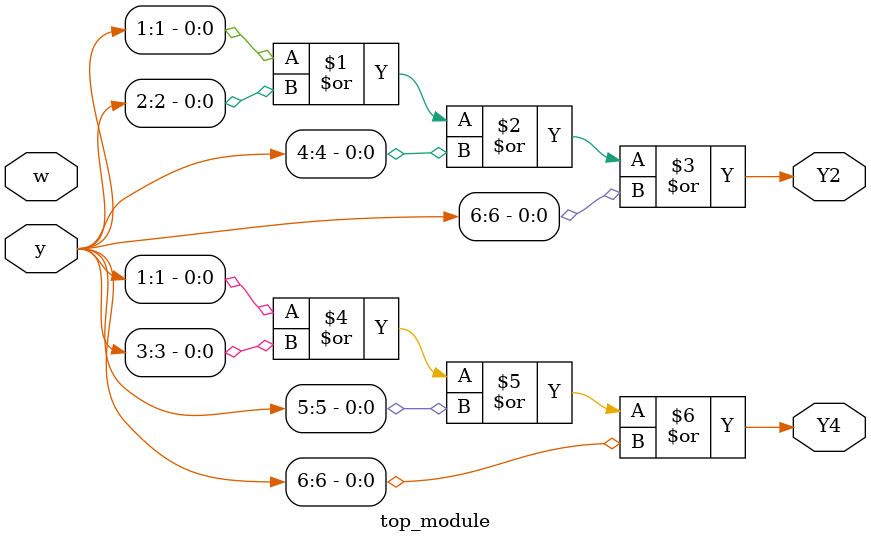
<source format=sv>
module top_module (
    input [6:1] y,
    input w,
    output Y2,
    output Y4
);

    wire Y2;
    wire Y4;

    assign Y2 = y[1] | y[2] | y[4] | y[6];
    assign Y4 = y[1] | y[3] | y[5] | y[6];

endmodule

</source>
